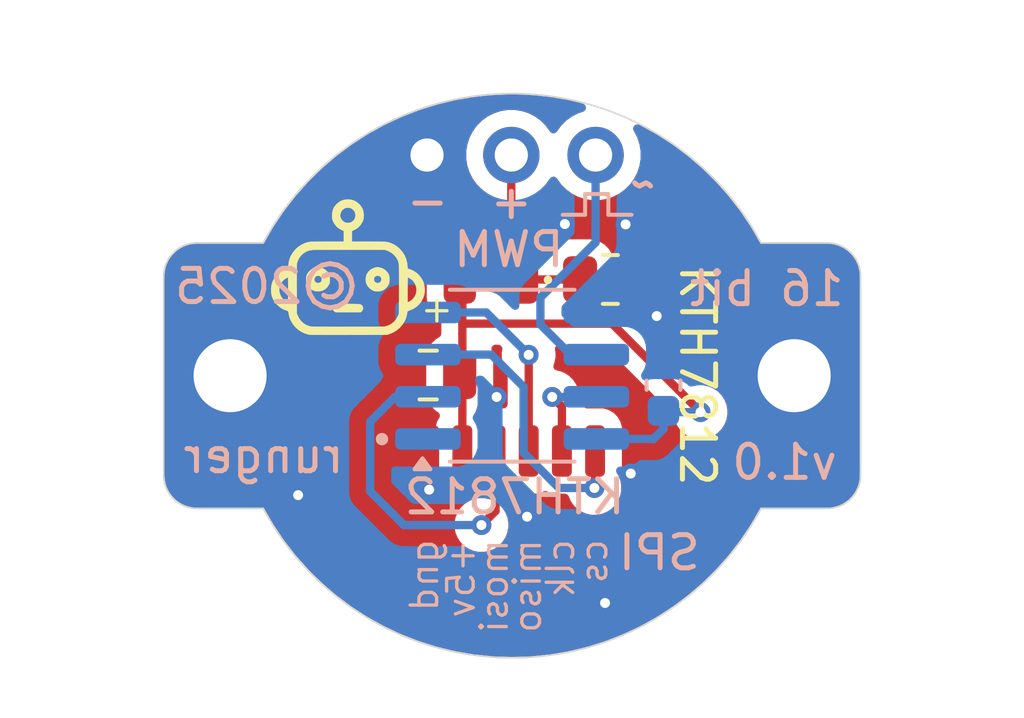
<source format=kicad_pcb>
(kicad_pcb (version 20241229) (generator "pcbnew") (generator_version "9.0")
  (layers (0 "F.Cu" signal) (2 "B.Cu" signal) (13 "F.Paste" user) (15 "B.Paste" user) (5 "F.SilkS" user "F.Silkscreen") (7 "B.SilkS" user "B.Silkscreen") (1 "F.Mask" user) (3 "B.Mask" user) (25 "Edge.Cuts" user))
  (net 0 "")
  (net 1 "GND")
  (net 2 "VCC")
  (net 3 "/nCS")
  (net 4 "/SCK")
  (net 5 "/MISO")
  (net 6 "/MOSI")
  (net 7 "/PWM")
  (net 8 "Net-(D1-K)")
  (footprint "MountingHole:MountingHole_2.2mm_M2_ISO7380_Pad" (layer "F.Cu") (at 121 75)
    (property "Reference" "H1")
    (property "Value" "MountingHole_Pad")
    (pad "1" thru_hole circle (at 0 0) (size 3.5 3.5) (drill 2.2) (layers "*.Cu" "*.Mask") (net 1 "GND"))
  )
  (footprint "Connector_JST:JST_SH_SM06B-SRSS-TB_1x06-1MP_P1.00mm_Horizontal" (layer "F.Cu") (at 129.5 79.27)
    (property "Reference" "J1")
    (property "Value" "Conn_01x06_MountingPin")
    (pad "1" smd roundrect (at -2.5 -2) (size 0.6 1.55) (layers "F.Cu" "F.Mask" "F.Paste") (net 1 "GND"))
    (pad "2" smd roundrect (at -1.5 -2) (size 0.6 1.55) (layers "F.Cu" "F.Mask" "F.Paste") (net 2 "VCC"))
    (pad "3" smd roundrect (at -0.5 -2) (size 0.6 1.55) (layers "F.Cu" "F.Mask" "F.Paste") (net 6 "/MOSI"))
    (pad "4" smd roundrect (at 0.5 -2) (size 0.6 1.55) (layers "F.Cu" "F.Mask" "F.Paste") (net 5 "/MISO"))
    (pad "5" smd roundrect (at 1.5 -2) (size 0.6 1.55) (layers "F.Cu" "F.Mask" "F.Paste") (net 4 "/SCK"))
    (pad "6" smd roundrect (at 2.5 -2) (size 0.6 1.55) (layers "F.Cu" "F.Mask" "F.Paste") (net 3 "/nCS"))
    (pad "MP" smd roundrect (at -3.8 1.875) (size 1.2 1.8) (layers "F.Cu" "F.Mask" "F.Paste") (roundrect_rratio 0.2083333333) (net 1 "GND"))
    (pad "MP" smd roundrect (at 3.8 1.875) (size 1.2 1.8) (layers "F.Cu" "F.Mask" "F.Paste") (roundrect_rratio 0.2083333333) (net 1 "GND"))
  )
  (footprint "Resistor_SMD:R_0805_2012Metric" (layer "F.Cu") (at 132.46 72.1)
    (property "Reference" "R1" (hide yes))
    (property "Value" "2k2")
    (fp_line (start -0.227064 -0.735) (end 0.227064 -0.735) (stroke (width 0.12)) (layer "F.SilkS"))
    (fp_line (start -0.227064 0.735) (end 0.227064 0.735) (stroke (width 0.12)) (layer "F.SilkS"))
    (pad "1" smd roundrect (at -0.9125 0) (size 1.025 1.4) (layers "F.Cu" "F.Mask" "F.Paste") (roundrect_rratio 0.243902) (net 8 "Net-(D1-K)"))
    (pad "2" smd roundrect (at 0.9125 0) (size 1.025 1.4) (layers "F.Cu" "F.Mask" "F.Paste") (roundrect_rratio 0.243902) (net 1 "GND"))
  )
  (footprint "LED_SMD:LED_0805_2012Metric" (layer "F.Cu") (at 128.86 72.13 180)
    (property "Reference" "D1" (hide yes))
    (property "Value" "green")
    (pad "1" smd roundrect (at -0.9375 0 180) (size 0.975 1.4) (layers "F.Cu" "F.Mask" "F.Paste") (net 8 "Net-(D1-K)"))
    (pad "2" smd roundrect (at 0.9375 0 180) (size 0.975 1.4) (layers "F.Cu" "F.Mask" "F.Paste") (net 2 "VCC"))
  )
  (footprint "Capacitor_SMD:C_0805_2012Metric" (layer "F.Cu") (at 126.97 74.98)
    (property "Reference" "C1" (hide yes))
    (property "Value" "10uF 10V")
    (fp_line (start -0.261252 -0.735) (end 0.261252 -0.735) (stroke (width 0.12)) (layer "F.SilkS"))
    (fp_line (start -0.261252 0.735) (end 0.261252 0.735) (stroke (width 0.12)) (layer "F.SilkS"))
    (pad "1" smd roundrect (at -0.95 0) (size 1 1.45) (layers "F.Cu" "F.Mask" "F.Paste") (net 1 "GND"))
    (pad "2" smd roundrect (at 0.95 0) (size 1 1.45) (layers "F.Cu" "F.Mask" "F.Paste") (net 2 "VCC"))
  )
  (footprint "MountingHole:MountingHole_2.2mm_M2_ISO7380_Pad" (layer "F.Cu") (at 138 75)
    (property "Reference" "H2")
    (property "Value" "MountingHole_Pad")
    (pad "1" thru_hole circle (at 0 0) (size 3.5 3.5) (drill 2.2) (layers "*.Cu" "*.Mask") (net 1 "GND"))
  )
  (footprint "Connector_PinHeader_2.54mm:PinHeader_1x03_P2.54mm_Vertical" (layer "F.Cu") (at 126.935 68.35 90)
    (property "Reference" "J2")
    (property "Value" "Conn_01x03")
    (pad "1" thru_hole rect (at 0 0 90) (size 1.7 1.7) (drill 1) (layers "*.Cu" "*.Mask") (net 1 "GND"))
    (pad "2" thru_hole oval (at 0 2.54 90) (size 1.7 1.7) (drill 1) (layers "*.Cu" "*.Mask") (net 2 "VCC"))
    (pad "3" thru_hole oval (at 0 5.08 90) (size 1.7 1.7) (drill 1) (layers "*.Cu" "*.Mask") (net 7 "/PWM"))
  )
  (footprint "runger:Robo_logo2" (layer "F.Cu") (at 124.55 71.73)
    (property "Reference" "L1" (hide yes))
    (property "Value" "Robo_Logo" (hide yes))
    (fp_poly (pts (xy 0.109648 1.108074) (xy 0.181977 1.108995) (xy 0.246828 1.110394) (xy 0.301111 1.112273) (xy 0.34174 1.11463) (xy 0.365625 1.117466) (xy 0.367646 1.117953) (xy 0.411414 1.139753) (xy 0.441917 1.175255) (xy 0.456393 1.220837) (xy 0.4572 1.235368) (xy 0.454299 1.267576) (xy 0.442839 1.293313) (xy 0.42243 1.318409) (xy 0.38766 1.35636) (xy 0.01349 1.358862) (xy -0.086109 1.359423) (xy -0.167411 1.359599) (xy -0.232438 1.359326) (xy -0.283212 1.35854) (xy -0.321753 1.357174) (xy -0.350083 1.355164) (xy -0.370224 1.352446) (xy -0.384195 1.348955) (xy -0.391682 1.34587) (xy -0.427256 1.31781) (xy -0.449564 1.279059) (xy -0.457458 1.23505) (xy -0.449786 1.191222) (xy -0.431147 1.159316) (xy -0.403631 1.135638) (xy -0.3711 1.119007) (xy -0.367647 1.117953) (xy -0.34666 1.115042) (xy -0.308447 1.11261) (xy -0.256096 1.110656) (xy -0.192694 1.109182) (xy -0.121331 1.108186) (xy -0.045094 1.10767) (xy 0.032928 1.107633) (xy 0.109648 1.108074)) (stroke (width 0.01)) (fill yes) (layer "F.SilkS"))
    (fp_poly (pts (xy 0.986438 0.014923) (xy 1.060362 0.044017) (xy 1.127592 0.088719) (xy 1.161498 0.120766) (xy 1.203048 0.170304) (xy 1.230682 0.217184) (xy 1.246804 0.267721) (xy 1.253812 0.328229) (xy 1.254653 0.36576) (xy 1.253911 0.414946) (xy 1.250751 0.450757) (xy 1.243964 0.480101) (xy 1.232341 0.509888) (xy 1.22763 0.520156) (xy 1.185181 0.58825) (xy 1.127574 0.647261) (xy 1.059504 0.692457) (xy 1.054096 0.695163) (xy 0.994477 0.716172) (xy 0.926104 0.727373) (xy 0.857164 0.728111) (xy 0.795845 0.717726) (xy 0.79116 0.716282) (xy 0.717714 0.682449) (xy 0.651949 0.632363) (xy 0.597684 0.569722) (xy 0.558734 0.498223) (xy 0.55447 0.487022) (xy 0.541188 0.427663) (xy 0.538719 0.364108) (xy 0.7874 0.364108) (xy 0.790132 0.400703) (xy 0.800213 0.426279) (xy 0.81224 0.441364) (xy 0.849739 0.468228) (xy 0.893251 0.479195) (xy 0.93707 0.473905) (xy 0.975492 0.451998) (xy 0.975831 0.451693) (xy 1.001822 0.416117) (xy 1.012073 0.374572) (xy 1.007006 0.33252) (xy 0.987043 0.295425) (xy 0.962106 0.273872) (xy 0.915745 0.255793) (xy 0.870018 0.257052) (xy 0.828082 0.277431) (xy 0.82058 0.283646) (xy 0.800035 0.304795) (xy 0.79026 0.325783) (xy 0.787457 0.355817) (xy 0.7874 0.364108) (xy 0.538719 0.364108) (xy 0.53853 0.359264) (xy 0.545973 0.289777) (xy 0.562998 0.227152) (xy 0.572955 0.204665) (xy 0.620513 0.133516) (xy 0.682451 0.076017) (xy 0.756986 0.033504) (xy 0.834304 0.008956) (xy 0.90977 0.002786) (xy 0.986438 0.014923)) (stroke (width 0.01)) (fill yes) (layer "F.SilkS"))
    (fp_poly (pts (xy -0.852964 0.006741) (xy -0.817725 0.011646) (xy -0.784163 0.022321) (xy -0.750304 0.037274) (xy -0.673759 0.083754) (xy -0.612127 0.14399) (xy -0.571847 0.205393) (xy -0.558897 0.231799) (xy -0.55062 0.255572) (xy -0.54599 0.282534) (xy -0.54398 0.318509) (xy -0.54356 0.36576) (xy -0.54392 0.414476) (xy -0.545819 0.448904) (xy -0.550486 0.475073) (xy -0.559149 0.499011) (xy -0.573038 0.526749) (xy -0.578408 0.536712) (xy -0.627833 0.608228) (xy -0.689348 0.664085) (xy -0.761289 0.703224) (xy -0.841998 0.724585) (xy -0.878285 0.728009) (xy -0.922977 0.727777) (xy -0.96726 0.723815) (xy -0.996902 0.718102) (xy -1.071873 0.6867) (xy -1.138466 0.638469) (xy -1.193765 0.576147) (xy -1.234861 0.502475) (xy -1.240146 0.489229) (xy -1.254921 0.428174) (xy -1.257529 0.379922) (xy -1.011775 0.379922) (xy -1.000461 0.419396) (xy -0.976344 0.450614) (xy -0.942976 0.471496) (xy -0.903905 0.479966) (xy -0.862681 0.473947) (xy -0.822855 0.45136) (xy -0.816409 0.445657) (xy -0.792327 0.410916) (xy -0.784475 0.37133) (xy -0.79105 0.331419) (xy -0.810248 0.295701) (xy -0.840265 0.268694) (xy -0.879298 0.254916) (xy -0.892911 0.254037) (xy -0.940383 0.262888) (xy -0.978565 0.287515) (xy -1.003588 0.325192) (xy -1.006738 0.334267) (xy -1.011775 0.379922) (xy -1.257529 0.379922) (xy -1.258686 0.358539) (xy -1.251704 0.288652) (xy -1.234236 0.226841) (xy -1.231721 0.220972) (xy -1.197754 0.164248) (xy -1.14968 0.109757) (xy -1.093386 0.063333) (xy -1.04366 0.034658) (xy -1.004496 0.018692) (xy -0.969085 0.009806) (xy -0.928075 0.006124) (xy -0.89916 0.005634) (xy -0.852964 0.006741)) (stroke (width 0.01)) (fill yes) (layer "F.SilkS"))
    (fp_poly (pts (xy 0.097813 -2.033273) (xy 0.186492 -2.006246) (xy 0.268214 -1.96053) (xy 0.34422 -1.895576) (xy 0.353277 -1.886187) (xy 0.40812 -1.817965) (xy 0.44613 -1.745631) (xy 0.4685 -1.665749) (xy 0.476428 -1.574883) (xy 0.475802 -1.534168) (xy 0.473144 -1.485324) (xy 0.468585 -1.449197) (xy 0.460295 -1.418185) (xy 0.446443 -1.384687) (xy 0.433155 -1.3571) (xy 0.38195 -1.273063) (xy 0.318455 -1.204615) (xy 0.240771 -1.149882) (xy 0.203514 -1.13056) (xy 0.122471 -1.0922) (xy 0.122195 -0.93218) (xy 0.12192 -0.77216) (xy 0.61722 -0.771984) (xy 0.739095 -0.77186) (xy 0.842638 -0.771477) (xy 0.929835 -0.770681) (xy 1.002672 -0.769317) (xy 1.063137 -0.767231) (xy 1.113215 -0.764267) (xy 1.154894 -0.760272) (xy 1.19016 -0.755089) (xy 1.221001 -0.748566) (xy 1.249402 -0.740546) (xy 1.277351 -0.730876) (xy 1.306834 -0.719399) (xy 1.310281 -0.71801) (xy 1.397129 -0.677159) (xy 1.47441 -0.627391) (xy 1.549244 -0.563975) (xy 1.565153 -0.54864) (xy 1.64756 -0.454337) (xy 1.711593 -0.351364) (xy 1.751969 -0.255855) (xy 1.769983 -0.192551) (xy 1.784764 -0.121009) (xy 1.794734 -0.05026) (xy 1.79832 0.009764) (xy 1.799879 0.035382) (xy 1.808524 0.047841) (xy 1.830203 0.05427) (xy 1.83642 0.055422) (xy 1.883138 0.069054) (xy 1.938766 0.093237) (xy 1.997289 0.12473) (xy 2.052698 0.160289) (xy 2.098981 0.196672) (xy 2.100044 0.197632) (xy 2.166196 0.267786) (xy 2.224251 0.349103) (xy 2.269513 0.43461) (xy 2.283777 0.47065) (xy 2.302854 0.544344) (xy 2.313502 0.62867) (xy 2.315313 0.715594) (xy 2.307882 0.797078) (xy 2.301839 0.82804) (xy 2.267383 0.931737) (xy 2.21538 1.028275) (xy 2.148023 1.115306) (xy 2.067506 1.190481) (xy 1.976023 1.251453) (xy 1.875768 1.295873) (xy 1.859849 1.301043) (xy 1.828188 1.312774) (xy 1.805002 1.324939) (xy 1.797128 1.332267) (xy 1.792292 1.348767) (xy 1.786004 1.37906) (xy 1.779571 1.416808) (xy 1.779154 1.419531) (xy 1.752587 1.528373) (xy 1.707662 1.632248) (xy 1.646122 1.729159) (xy 1.569712 1.817109) (xy 1.480174 1.8941) (xy 1.379254 1.958136) (xy 1.268694 2.007217) (xy 1.26492 2.008553) (xy 1.18364 2.03708) (xy 0.0254 2.038938) (xy -0.160295 2.039194) (xy -0.326694 2.039328) (xy -0.474822 2.03933) (xy -0.605704 2.039191) (xy -0.720364 2.0389) (xy -0.819827 2.038449) (xy -0.905117 2.037826) (xy -0.977259 2.037023) (xy -1.037276 2.036031) (xy -1.086194 2.034838) (xy -1.125037 2.033435) (xy -1.15483 2.031814) (xy -1.176596 2.029963) (xy -1.191361 2.027873) (xy -1.1938 2.027374) (xy -1.304486 1.993291) (xy -1.408518 1.942326) (xy -1.503918 1.876537) (xy -1.588705 1.797979) (xy -1.660899 1.708708) (xy -1.718521 1.610779) (xy -1.75959 1.50625) (xy -1.779155 1.419531) (xy -1.78555 1.381502) (xy -1.79189 1.35049) (xy -1.796869 1.332833) (xy -1.797129 1.332267) (xy -1.810012 1.321823) (xy -1.836099 1.309459) (xy -1.85985 1.301043) (xy -1.949042 1.26608) (xy -2.030205 1.217852) (xy -2.108185 1.153335) (xy -2.128746 1.13331) (xy -2.202097 1.048655) (xy -2.25641 0.959996) (xy -2.292558 0.865054) (xy -2.311415 0.76155) (xy -2.313737 0.661106) (xy -2.069701 0.661106) (xy -2.064993 0.741119) (xy -2.064803 0.742151) (xy -2.039303 0.831107) (xy -1.998459 0.908416) (xy -1.952029 0.963925) (xy -1.920202 0.991581) (xy -1.88405 1.017948) (xy -1.848823 1.039695) (xy -1.819771 1.05349) (xy -1.80594 1.056631) (xy -1.804215 1.046846) (xy -1.802626 1.018977) (xy -1.801219 0.975261) (xy -1.80004 0.917932) (xy -1.799134 0.849229) (xy -1.798546 0.771386) (xy -1.798321 0.68664) (xy -1.79832 0.68072) (xy -1.798462 0.595587) (xy -1.798863 0.517207) (xy -1.799493 0.447814) (xy -1.80032 0.389645) (xy -1.800338 0.388824) (xy -1.54274 0.388824) (xy -1.542529 0.535018) (xy -1.542104 0.666108) (xy -1.53924 1.397) (xy -1.515308 1.456336) (xy -1.467107 1.550437) (xy -1.404381 1.631517) (xy -1.328757 1.698202) (xy -1.241861 1.749117) (xy -1.14532 1.782889) (xy -1.12268 1.787936) (xy -1.10573 1.789301) (xy -1.070106 1.790558) (xy -1.017456 1.791708) (xy -0.949427 1.792749) (xy -0.867665 1.793681) (xy -0.773818 1.794502) (xy -0.669531 1.795214) (xy -0.556453 1.795814) (xy -0.436228 1.796302) (xy -0.310505 1.796677) (xy -0.180931 1.79694) (xy -0.049151 1.797088) (xy 0.083187 1.797122) (xy 0.214437 1.797041) (xy 0.342951 1.796844) (xy 0.467084 1.79653) (xy 0.585187 1.796099) (xy 0.695615 1.79555) (xy 0.796721 1.794883) (xy 0.886857 1.794096) (xy 0.964377 1.793189) (xy 1.027635 1.792162) (xy 1.074983 1.791014) (xy 1.104775 1.789744) (xy 1.114014 1.788839) (xy 1.21477 1.759864) (xy 1.305507 1.713636) (xy 1.384854 1.651291) (xy 1.451441 1.573965) (xy 1.503899 1.482793) (xy 1.515307 1.456336) (xy 1.53924 1.397) (xy 1.542068 0.674918) (xy 1.79832 0.674918) (xy 1.79832 1.058009) (xy 1.82118 1.051365) (xy 1.841503 1.042282) (xy 1.871333 1.025356) (xy 1.898977 1.007702) (xy 1.964323 0.952274) (xy 2.014104 0.88628) (xy 2.048092 0.812482) (xy 2.06606 0.733646) (xy 2.06778 0.652533) (xy 2.053025 0.571909) (xy 2.021565 0.494536) (xy 1.973174 0.423177) (xy 1.949301 0.397211) (xy 1.923071 0.374374) (xy 1.890114 0.35027) (xy 1.855868 0.328353) (xy 1.82577 0.312075) (xy 1.80526 0.304887) (xy 1.803737 0.3048) (xy 1.802511 0.314587) (xy 1.801383 0.34246) (xy 1.800383 0.386185) (xy 1.799545 0.443528) (xy 1.7989 0.512253) (xy 1.798481 0.590128) (xy 1.79832 0.674918) (xy 1.542068 0.674918) (xy 1.542103 0.666108) (xy 1.542599 0.497897) (xy 1.54269 0.349966) (xy 1.542376 0.22228) (xy 1.541655 0.114804) (xy 1.540528 0.027501) (xy 1.538994 -0.039662) (xy 1.537053 -0.086723) (xy 1.534705 -0.113716) (xy 1.534153 -0.116872) (xy 1.505381 -0.206853) (xy 1.458852 -0.290619) (xy 1.396771 -0.365731) (xy 1.321347 -0.429749) (xy 1.234787 -0.480235) (xy 1.187567 -0.499805) (xy 1.12268 -0.52324) (xy 0.06096 -0.52619) (xy -0.121935 -0.526594) (xy -0.291295 -0.526757) (xy -0.446409 -0.526683) (xy -0.586564 -0.526377) (xy -0.71105 -0.525842) (xy -0.819155 -0.525084) (xy -0.910166 -0.524108) (xy -0.983372 -0.522917) (xy -1.038061 -0.521516) (xy -1.073521 -0.519909) (xy -1.084301 -0.518973) (xy -1.179842 -0.499897) (xy -1.264409 -0.466246) (xy -1.342058 -0.415999) (xy -1.405094 -0.359298) (xy -1.448956 -0.305335) (xy -1.488414 -0.239423) (xy -1.518989 -0.169931) (xy -1.533737 -0.11888) (xy -1.536183 -0.098098) (xy -1.538233 -0.060901) (xy -1.539893 -0.006788) (xy -1.541168 0.06474) (xy -1.542064 0.154185) (xy -1.542586 0.262046) (xy -1.54274 0.388824) (xy -1.800338 0.388824) (xy -1.80131 0.344937) (xy -1.802432 0.315925) (xy -1.803653 0.304846) (xy -1.803738 0.3048) (xy -1.815097 0.30903) (xy -1.838533 0.319909) (xy -1.858339 0.329722) (xy -1.925864 0.37472) (xy -1.982583 0.433994) (xy -2.026675 0.503907) (xy -2.056322 0.580823) (xy -2.069701 0.661106) (xy -2.313737 0.661106) (xy -2.313989 0.65024) (xy -2.300325 0.536454) (xy -2.269047 0.432407) (xy -2.219626 0.336961) (xy -2.151529 0.248981) (xy -2.104251 0.201827) (xy -2.055759 0.162847) (xy -1.998681 0.125465) (xy -1.938894 0.092906) (xy -1.882278 0.068396) (xy -1.837853 0.055691) (xy -1.801186 0.049076) (xy -1.794474 -0.038236) (xy -1.781416 -0.144723) (xy -1.758995 -0.238269) (xy -1.727587 -0.320816) (xy -1.668331 -0.427322) (xy -1.592792 -0.523024) (xy -1.502942 -0.606046) (xy -1.400753 -0.674511) (xy -1.310282 -0.71801) (xy -1.280506 -0.729696) (xy -1.252485 -0.739559) (xy -1.224232 -0.747754) (xy -1.19376 -0.754436) (xy -1.159082 -0.759759) (xy -1.118211 -0.763878) (xy -1.069161 -0.766948) (xy -1.009945 -0.769124) (xy -0.938576 -0.77056) (xy -0.853068 -0.771412) (xy -0.751434 -0.771833) (xy -0.631687 -0.771978) (xy -0.61722 -0.771984) (xy -0.12192 -0.77216) (xy -0.122472 -1.0922) (xy -0.203515 -1.13056) (xy -0.287715 -1.1801) (xy -0.356929 -1.242569) (xy -0.413057 -1.31984) (xy -0.433156 -1.3571) (xy -0.451754 -1.39651) (xy -0.463563 -1.428344) (xy -0.470417 -1.460207) (xy -0.474144 -1.499698) (xy -0.475803 -1.534168) (xy -0.47547 -1.54385) (xy -0.232207 -1.54385) (xy -0.226704 -1.511201) (xy -0.212015 -1.473437) (xy -0.210775 -1.470716) (xy -0.173627 -1.411857) (xy -0.1245 -1.368254) (xy -0.06612 -1.341137) (xy -0.001214 -1.331737) (xy 0.067493 -1.341287) (xy 0.072558 -1.342752) (xy 0.124102 -1.367849) (xy 0.170263 -1.408459) (xy 0.20593 -1.459777) (xy 0.213119 -1.474894) (xy 0.230063 -1.538334) (xy 0.228163 -1.602024) (xy 0.20856 -1.662537) (xy 0.172395 -1.716447) (xy 0.120809 -1.760327) (xy 0.117368 -1.762492) (xy 0.085246 -1.780217) (xy 0.056158 -1.789549) (xy 0.020627 -1.792969) (xy 0 -1.79324) (xy -0.041527 -1.791671) (xy -0.072343 -1.785309) (xy -0.101926 -1.77167) (xy -0.117369 -1.762492) (xy -0.170455 -1.718251) (xy -0.208183 -1.661915) (xy -0.228624 -1.596556) (xy -0.230486 -1.5825) (xy -0.232207 -1.54385) (xy -0.47547 -1.54385) (xy -0.472336 -1.634808) (xy -0.452825 -1.724048) (xy -0.416505 -1.803885) (xy -0.362609 -1.876319) (xy -0.332953 -1.906526) (xy -0.257649 -1.967521) (xy -0.179661 -2.009557) (xy -0.095663 -2.033983) (xy -0.002332 -2.042152) (xy 0.000938 -2.042161) (xy 0.097813 -2.033273)) (stroke (width 0.01)) (fill yes) (layer "F.SilkS"))
  )
  (footprint "Package_SO:SOP-8_3.76x4.96mm_P1.27mm" (layer "B.Cu") (at 129.5 75)
    (property "Reference" "U1" (hide yes))
    (property "Value" "KTH7812")
    (fp_line (start 0 -2.59) (end -1.88 -2.59) (stroke (width 0.12)) (layer "B.SilkS"))
    (fp_line (start 0 -2.59) (end 1.88 -2.59) (stroke (width 0.12)) (layer "B.SilkS"))
    (fp_line (start 0 2.59) (end -1.88 2.59) (stroke (width 0.12)) (layer "B.SilkS"))
    (fp_line (start 0 2.59) (end 1.88 2.59) (stroke (width 0.12)) (layer "B.SilkS"))
    (fp_poly (pts (xy -2.7025 2.49) (xy -2.9425 2.82) (xy -2.4625 2.82)) (stroke (width 0.12)) (fill yes) (layer "B.SilkS"))
    (pad "1" smd roundrect (at -2.5375 1.905) (size 1.975 0.65) (layers "B.Cu" "B.Mask" "B.Paste"))
    (pad "2" smd roundrect (at -2.5375 0.635) (size 1.975 0.65) (layers "B.Cu" "B.Mask" "B.Paste") (net 6 "/MOSI"))
    (pad "3" smd roundrect (at -2.5375 -0.635) (size 1.975 0.65) (layers "B.Cu" "B.Mask" "B.Paste") (net 3 "/nCS"))
    (pad "4" smd roundrect (at -2.5375 -1.905) (size 1.975 0.65) (layers "B.Cu" "B.Mask" "B.Paste") (net 5 "/MISO"))
    (pad "5" smd roundrect (at 2.5375 -1.905) (size 1.975 0.65) (layers "B.Cu" "B.Mask" "B.Paste") (net 1 "GND"))
    (pad "6" smd roundrect (at 2.5375 -0.635) (size 1.975 0.65) (layers "B.Cu" "B.Mask" "B.Paste") (net 7 "/PWM"))
    (pad "7" smd roundrect (at 2.5375 0.635) (size 1.975 0.65) (layers "B.Cu" "B.Mask" "B.Paste") (net 4 "/SCK"))
    (pad "8" smd roundrect (at 2.5375 1.905) (size 1.975 0.65) (layers "B.Cu" "B.Mask" "B.Paste") (net 2 "VCC"))
  )
  (footprint "Capacitor_SMD:C_0603_1608Metric" (layer "B.Cu") (at 134.0612 75.2856 -90)
    (property "Reference" "C2" (hide yes))
    (property "Value" "100nF 10V")
    (fp_line (start -0.14058 0.51) (end 0.14058 0.51) (stroke (width 0.12)) (layer "B.SilkS"))
    (fp_line (start -0.14058 -0.51) (end 0.14058 -0.51) (stroke (width 0.12)) (layer "B.SilkS"))
    (pad "1" smd roundrect (at -0.775 0 270) (size 0.9 0.95) (layers "B.Cu" "B.Mask" "B.Paste") (net 1 "GND"))
    (pad "2" smd roundrect (at 0.775 0 270) (size 0.9 0.95) (layers "B.Cu" "B.Mask" "B.Paste") (net 2 "VCC"))
  )
  (gr_circle (center 130.58 72.11) (end 130.647082 72.11) (stroke (width 0.12)) (fill yes) (layer "F.SilkS"))
  (gr_line (start 131.7 70.15) (end 131.7 69.525) (stroke (width 0.12)) (layer "B.SilkS"))
  (gr_line (start 132.4 69.525) (end 132.4 70.15) (stroke (width 0.12)) (layer "B.SilkS"))
  (gr_line (start 131.025 70.15) (end 131.7 70.15) (stroke (width 0.12)) (layer "B.SilkS"))
  (gr_line (start 132.4 70.15) (end 133.1 70.15) (stroke (width 0.12)) (layer "B.SilkS"))
  (gr_line (start 131.7 69.525) (end 132.4 69.525) (stroke (width 0.12)) (layer "B.SilkS"))
  (gr_circle (center 125.5776 76.9112) (end 125.6538 77.0128) (stroke (width 0.12)) (fill yes) (layer "B.SilkS"))
  (gr_arc (start 140 78) (mid 139.707107 78.707107) (end 139 79) (stroke (width 0.05)) (layer "Edge.Cuts"))
  (gr_arc (start 139 71) (mid 139.707107 71.292893) (end 140 72) (stroke (width 0.05)) (layer "Edge.Cuts"))
  (gr_arc (start 120 79) (mid 119.292893 78.707107) (end 119 78) (stroke (width 0.05)) (layer "Edge.Cuts"))
  (gr_arc (start 119 72) (mid 119.292893 71.292893) (end 120 71) (stroke (width 0.05)) (layer "Edge.Cuts"))
  (gr_line (start 120 79) (end 122 79) (stroke (width 0.05)) (layer "Edge.Cuts"))
  (gr_line (start 119 72) (end 119 78) (stroke (width 0.05)) (layer "Edge.Cuts"))
  (gr_line (start 122.000001 71.000001) (end 120 71) (stroke (width 0.05)) (layer "Edge.Cuts"))
  (gr_line (start 139 79) (end 136.999999 79.000001) (stroke (width 0.05)) (layer "Edge.Cuts"))
  (gr_line (start 140 72) (end 140 78) (stroke (width 0.05)) (layer "Edge.Cuts"))
  (gr_line (start 136.999999 71) (end 139 71) (stroke (width 0.05)) (layer "Edge.Cuts"))
  (gr_arc (start 136.999999 79.000001) (mid 129.499999 83.5) (end 122 78.999999) (stroke (width 0.05)) (layer "Edge.Cuts"))
  (gr_arc (start 122.000001 71.000001) (mid 129.5 66.500001) (end 136.999999 71) (stroke (width 0.05)) (layer "Edge.Cuts"))
  (gr_text "+" (at 126.67 73.45 0) (layer "F.SilkS") (effects (font (size 0.8 0.8) (thickness 0.1)) (justify left bottom)))
  (gr_text "KTH7812" (at 135.088 75 270) (layer "F.SilkS") (effects (font (size 1 1))))
  (gr_text "cs" (at 131.96 79.865 90) (layer "B.SilkS") (effects (font (size 0.8 0.8) (thickness 0.1)) (justify left mirror)))
  (gr_text "gnd" (at 126.86 79.865 90) (layer "B.SilkS") (effects (font (size 0.8 0.8) (thickness 0.1)) (justify left mirror)))
  (gr_text "+5v" (at 127.96 79.865 90) (layer "B.SilkS") (effects (font (size 0.8 0.8) (thickness 0.1)) (justify left mirror)))
  (gr_text "clk" (at 130.96 79.865 90) (layer "B.SilkS") (effects (font (size 0.8 0.8) (thickness 0.1)) (justify left mirror)))
  (gr_text "miso" (at 129.96 79.865 90) (layer "B.SilkS") (effects (font (size 0.8 0.8) (thickness 0.1)) (justify left mirror)))
  (gr_text "KTH7812" (at 129.575 78.65 0) (layer "B.SilkS") (effects (font (size 1 1)) (justify mirror)))
  (gr_text "mosi" (at 128.96 79.865 90) (layer "B.SilkS") (effects (font (size 0.8 0.8) (thickness 0.1)) (justify left mirror)))
  (gr_text "~" (at 133.41 69.21 0) (layer "B.SilkS") (effects (font (size 1 1)) (justify mirror)))
  (gr_text "©2025" (at 122.11 72.31 0) (layer "B.SilkS") (effects (font (size 1 1)) (justify mirror)))
  (gr_text "runger" (at 122.01 77.41 0) (layer "B.SilkS") (effects (font (size 1 1)) (justify mirror)))
  (gr_text "SPI" (at 133.935 80.335 0) (layer "B.SilkS") (effects (font (size 1 1)) (justify mirror)))
  (gr_text "v1.0" (at 137.71 77.61 0) (layer "B.SilkS") (effects (font (size 1 1)) (justify mirror)))
  (gr_text "PWM" (at 129.4 71.2 0) (layer "B.SilkS") (effects (font (size 1 1)) (justify mirror)))
  (gr_text "16 bit" (at 137.175 72.375 0) (layer "B.SilkS") (effects (font (size 1 1)) (justify mirror)))
  (gr_text "+" (at 129.475 69.75 0) (layer "B.SilkS") (effects (font (size 1 1)) (justify mirror)))
  (gr_text "-" (at 126.95 69.725 0) (layer "B.SilkS") (effects (font (size 1 1)) (justify mirror)))
  (segment (start 121 75) (end 121.41 74.59) (width 0.25) (layer "F.Cu") (net 1))
  (via (at 132.3 81.85) (size 0.6) (drill 0.3) (layers "F.Cu" "B.Cu") (net 1))
  (via (at 133.075 77.95) (size 0.6) (drill 0.3) (layers "F.Cu" "B.Cu") (net 1))
  (via (at 129.95 79.25) (size 0.6) (drill 0.3) (layers "F.Cu" "B.Cu") (net 1))
  (via (at 127 78.4352) (size 0.6) (drill 0.3) (layers "F.Cu" "B.Cu") (net 1))
  (via (at 123.05 78.6) (size 0.6) (drill 0.3) (layers "F.Cu" "B.Cu") (net 1))
  (via (at 129.032 75.6412) (size 0.6) (drill 0.3) (layers "F.Cu" "B.Cu") (net 1))
  (via (at 133.858 73.2028) (size 0.6) (drill 0.3) (layers "F.Cu" "B.Cu") (net 1))
  (via (at 131.09 70.43) (size 0.6) (drill 0.3) (layers "F.Cu" "B.Cu") (net 1))
  (via (at 132.92 70.44) (size 0.6) (drill 0.3) (layers "F.Cu" "B.Cu") (net 1))
  (segment (start 133.7502 73.095) (end 133.858 73.2028) (width 0.25) (layer "B.Cu") (net 1))
  (segment (start 134.0612 73.406) (end 133.858 73.2028) (width 0.25) (layer "B.Cu") (net 1))
  (segment (start 132.0375 73.095) (end 133.7502 73.095) (width 0.25) (layer "B.Cu") (net 1))
  (segment (start 134.0612 74.5106) (end 134.0612 73.406) (width 0.25) (layer "B.Cu") (net 1))
  (segment (start 129.475 69.985) (end 127.9225 71.5375) (width 0.25) (layer "F.Cu") (net 2))
  (segment (start 128 72.6675) (end 127.9425 72.61) (width 0.25) (layer "F.Cu") (net 2))
  (segment (start 128 77.27) (end 128 73.73) (width 0.25) (layer "F.Cu") (net 2))
  (segment (start 129.475 68.35) (end 129.475 69.985) (width 0.25) (layer "F.Cu") (net 2))
  (segment (start 127.9225 71.5375) (end 127.9225 72.13) (width 0.25) (layer "F.Cu") (net 2))
  (segment (start 132.5118 73.4314) (end 135.1788 76.0984) (width 0.25) (layer "F.Cu") (net 2))
  (segment (start 128 73.73) (end 128 73.4314) (width 0.25) (layer "F.Cu") (net 2))
  (segment (start 128 73.4314) (end 128 72.6675) (width 0.25) (layer "F.Cu") (net 2))
  (segment (start 128 73.4314) (end 132.5118 73.4314) (width 0.25) (layer "F.Cu") (net 2))
  (via (at 135.1788 76.0984) (size 0.6) (drill 0.3) (layers "F.Cu" "B.Cu") (net 2))
  (segment (start 134.099 76.0984) (end 134.0612 76.0606) (width 0.25) (layer "B.Cu") (net 2))
  (segment (start 134.0612 76.0606) (end 134.0612 76.6064) (width 0.25) (layer "B.Cu") (net 2))
  (segment (start 134.0612 76.6064) (end 133.7564 76.9112) (width 0.25) (layer "B.Cu") (net 2))
  (segment (start 133.7564 76.9112) (end 133.7502 76.905) (width 0.25) (layer "B.Cu") (net 2))
  (segment (start 135.1788 76.0984) (end 134.099 76.0984) (width 0.25) (layer "B.Cu") (net 2))
  (segment (start 133.7502 76.905) (end 132.0375 76.905) (width 0.25) (layer "B.Cu") (net 2))
  (segment (start 132 77.27) (end 132 78.3628) (width 0.25) (layer "F.Cu") (net 3))
  (segment (start 132 78.3628) (end 131.9784 78.3844) (width 0.25) (layer "F.Cu") (net 3))
  (via (at 131.9784 78.3844) (size 0.6) (drill 0.3) (layers "F.Cu" "B.Cu") (net 3))
  (segment (start 129.8448 77.3176) (end 129.8448 75.3364) (width 0.25) (layer "B.Cu") (net 3))
  (segment (start 131.9784 78.3844) (end 130.9116 78.3844) (width 0.25) (layer "B.Cu") (net 3))
  (segment (start 126.16 74.365) (end 126.875 74.365) (width 0.25) (layer "B.Cu") (net 3))
  (segment (start 129.8448 75.3364) (end 128.8734 74.365) (width 0.25) (layer "B.Cu") (net 3))
  (segment (start 130.9116 78.3844) (end 129.8448 77.3176) (width 0.25) (layer "B.Cu") (net 3))
  (segment (start 128.8734 74.365) (end 126.9625 74.365) (width 0.25) (layer "B.Cu") (net 3))
  (segment (start 131 77.27) (end 131 75.9328) (width 0.25) (layer "F.Cu") (net 4))
  (segment (start 131 75.9328) (end 130.7084 75.6412) (width 0.25) (layer "F.Cu") (net 4))
  (via (at 130.7084 75.6412) (size 0.6) (drill 0.3) (layers "F.Cu" "B.Cu") (net 4))
  (segment (start 132.11 75.65) (end 132.125 75.635) (width 0.25) (layer "B.Cu") (net 4))
  (segment (start 132.0313 75.6412) (end 132.0375 75.635) (width 0.25) (layer "B.Cu") (net 4))
  (segment (start 130.7084 75.6412) (end 132.0313 75.6412) (width 0.25) (layer "B.Cu") (net 4))
  (segment (start 130 74.374) (end 129.9972 74.3712) (width 0.25) (layer "F.Cu") (net 5))
  (segment (start 130 77.27) (end 130 74.374) (width 0.25) (layer "F.Cu") (net 5))
  (via (at 129.9972 74.3712) (size 0.6) (drill 0.3) (layers "F.Cu" "B.Cu") (net 5))
  (segment (start 126.9625 73.095) (end 128.721 73.095) (width 0.25) (layer "B.Cu") (net 5))
  (segment (start 128.721 73.095) (end 129.9972 74.3712) (width 0.25) (layer "B.Cu") (net 5))
  (segment (start 129 77.27) (end 129 79.0768) (width 0.25) (layer "F.Cu") (net 6))
  (segment (start 129 79.0768) (end 128.5748 79.502) (width 0.25) (layer "F.Cu") (net 6))
  (via (at 128.5748 79.502) (size 0.6) (drill 0.3) (layers "F.Cu" "B.Cu") (net 6))
  (segment (start 125.222 76.388001) (end 125.222 78.486) (width 0.25) (layer "B.Cu") (net 6))
  (segment (start 125.975001 75.635) (end 125.222 76.388001) (width 0.25) (layer "B.Cu") (net 6))
  (segment (start 126.9625 75.635) (end 125.975001 75.635) (width 0.25) (layer "B.Cu") (net 6))
  (segment (start 125.222 78.486) (end 126.238 79.502) (width 0.25) (layer "B.Cu") (net 6))
  (segment (start 126.238 79.502) (end 128.5748 79.502) (width 0.25) (layer "B.Cu") (net 6))
  (segment (start 132.0375 74.365) (end 131.261 74.365) (width 0.25) (layer "B.Cu") (net 7))
  (segment (start 130.3528 73.4568) (end 130.3528 72.644) (width 0.25) (layer "B.Cu") (net 7))
  (segment (start 131.261 74.365) (end 130.3528 73.4568) (width 0.25) (layer "B.Cu") (net 7))
  (segment (start 130.3528 72.644) (end 132.015 70.9818) (width 0.25) (layer "B.Cu") (net 7))
  (segment (start 132.015 70.9818) (end 132.015 68.35) (width 0.25) (layer "B.Cu") (net 7))
  (segment (start 132.11 74.35) (end 132.125 74.365) (width 0.25) (layer "B.Cu") (net 7))
  (segment (start 129.7975 72.13) (end 129.8275 72.1) (width 0.25) (layer "F.Cu") (net 8))
  (segment (start 129.8275 72.1) (end 131.5475 72.1) (width 0.25) (layer "F.Cu") (net 8))
  (zone (net 1) (net_name "GND") (layer "F.Cu") (connect_pads yes (clearance 0.508)) (min_thickness 0.254) (fill yes (thermal_gap 0.508) (thermal_bridge_width 0.508))
    (polygon (pts (xy 140.02 83.57) (xy 119.02 83.57) (xy 119.02 66.52) (xy 140.02 66.52)))
  )
  (zone (net 1) (net_name "GND") (layer "B.Cu") (connect_pads yes (clearance 0.508)) (min_thickness 0.254) (fill yes (thermal_gap 0.508) (thermal_bridge_width 0.508))
    (polygon (pts (xy 140.02 83.57) (xy 119.02 83.57) (xy 119.02 66.52) (xy 140.02 66.52)))
  )
)
</source>
